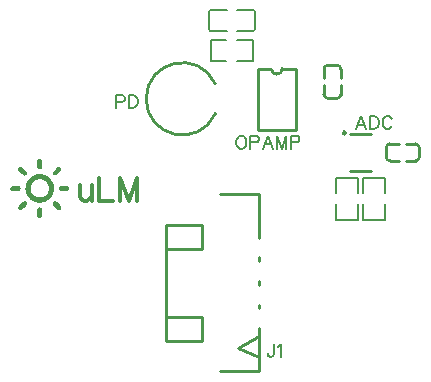
<source format=gto>
G04 Layer: TopSilkLayer*
G04 EasyEDA v6.4.17, 2021-03-19T16:44:36--7:00*
G04 2dc819ba9ea4424db49a2a786f0bdddf,d6c3d315a7ad4e81bc1a44f6c2ba7827,10*
G04 Gerber Generator version 0.2*
G04 Scale: 100 percent, Rotated: No, Reflected: No *
G04 Dimensions in millimeters *
G04 leading zeros omitted , absolute positions ,4 integer and 5 decimal *
%FSLAX45Y45*%
%MOMM*%

%ADD10C,0.2540*%
%ADD24C,0.1524*%
%ADD25C,0.3000*%

%LPD*%
G36*
X366674Y14143736D02*
G01*
X362305Y14143024D01*
X358089Y14141399D01*
X354685Y14139367D01*
X351993Y14137030D01*
X349961Y14134033D01*
X348437Y14130121D01*
X347421Y14125041D01*
X346811Y14118437D01*
X346405Y14099489D01*
X346710Y14081201D01*
X347268Y14074901D01*
X348132Y14070076D01*
X349453Y14066367D01*
X351332Y14063522D01*
X353771Y14061186D01*
X356920Y14059052D01*
X360984Y14057172D01*
X365252Y14056207D01*
X369620Y14056106D01*
X373888Y14056817D01*
X377952Y14058341D01*
X381609Y14060627D01*
X384759Y14063624D01*
X387197Y14067332D01*
X388010Y14069872D01*
X388721Y14073886D01*
X389636Y14085163D01*
X389940Y14098930D01*
X389737Y14112748D01*
X388874Y14124432D01*
X388213Y14128750D01*
X387451Y14131645D01*
X385318Y14135354D01*
X382473Y14138503D01*
X379069Y14140942D01*
X375158Y14142669D01*
X370992Y14143634D01*
G37*
G36*
X529132Y14077492D02*
G01*
X526796Y14077238D01*
X524103Y14076527D01*
X521462Y14075562D01*
X519125Y14074343D01*
X515721Y14071650D01*
X503428Y14060220D01*
X485952Y14042542D01*
X480415Y14036040D01*
X477926Y14031417D01*
X476961Y14026540D01*
X476859Y14021054D01*
X477824Y14016126D01*
X479704Y14011859D01*
X482447Y14008303D01*
X486003Y14005509D01*
X490321Y14003629D01*
X495249Y14002715D01*
X500735Y14002816D01*
X505612Y14003782D01*
X510336Y14006372D01*
X516991Y14012163D01*
X534619Y14029486D01*
X544220Y14039799D01*
X547268Y14043660D01*
X549402Y14046911D01*
X550773Y14049806D01*
X551434Y14052550D01*
X551637Y14055293D01*
X549605Y14063116D01*
X544271Y14070228D01*
X537057Y14075460D01*
G37*
G36*
X207822Y14077492D02*
G01*
X204470Y14077238D01*
X201015Y14076578D01*
X197866Y14075613D01*
X195275Y14074343D01*
X191262Y14070888D01*
X187858Y14066113D01*
X185470Y14060779D01*
X184556Y14055801D01*
X184810Y14052905D01*
X185775Y14049857D01*
X187452Y14046555D01*
X189890Y14042898D01*
X193243Y14038732D01*
X202895Y14028572D01*
X216204Y14016024D01*
X221894Y14011046D01*
X226567Y14007338D01*
X230581Y14004798D01*
X234086Y14003223D01*
X237388Y14002461D01*
X240588Y14002512D01*
X244043Y14003172D01*
X246176Y14004036D01*
X248818Y14005560D01*
X251561Y14007592D01*
X254050Y14009827D01*
X256997Y14013078D01*
X258673Y14015974D01*
X259435Y14019428D01*
X259638Y14024305D01*
X259638Y14033144D01*
X230225Y14062506D01*
X220421Y14071904D01*
X217220Y14074597D01*
X214680Y14076222D01*
X212496Y14077086D01*
X210312Y14077442D01*
G37*
G36*
X366623Y14015618D02*
G01*
X357327Y14014805D01*
X345897Y14013078D01*
X339953Y14011859D01*
X334162Y14010386D01*
X322986Y14006525D01*
X317601Y14004137D01*
X312318Y14001496D01*
X302107Y13995247D01*
X297180Y13991691D01*
X292303Y13987830D01*
X287528Y13983665D01*
X282854Y13979194D01*
X278282Y13974419D01*
X274015Y13969542D01*
X270103Y13964666D01*
X266547Y13959687D01*
X263296Y13954556D01*
X260350Y13949375D01*
X257708Y13944041D01*
X255371Y13938554D01*
X253339Y13932916D01*
X251561Y13927074D01*
X250037Y13921028D01*
X247802Y13908532D01*
X246583Y13898422D01*
X246465Y13892936D01*
X290474Y13892936D01*
X290677Y13899032D01*
X291388Y13905230D01*
X292404Y13910665D01*
X293827Y13915948D01*
X295605Y13921079D01*
X297688Y13926057D01*
X300126Y13930833D01*
X302818Y13935405D01*
X305866Y13939723D01*
X309168Y13943888D01*
X312775Y13947800D01*
X316585Y13951457D01*
X320700Y13954861D01*
X325018Y13958011D01*
X329539Y13960856D01*
X334264Y13963446D01*
X339242Y13965682D01*
X344373Y13967663D01*
X349656Y13969288D01*
X355092Y13970609D01*
X360680Y13971574D01*
X366420Y13972184D01*
X371398Y13971778D01*
X379780Y13970660D01*
X385876Y13969441D01*
X391820Y13967764D01*
X397560Y13965580D01*
X403098Y13962938D01*
X408381Y13959890D01*
X413410Y13956487D01*
X418185Y13952626D01*
X422656Y13948460D01*
X426821Y13943990D01*
X430631Y13939164D01*
X434035Y13934084D01*
X437083Y13928750D01*
X439674Y13923162D01*
X441858Y13917371D01*
X443585Y13911376D01*
X444804Y13905230D01*
X445465Y13899845D01*
X445719Y13894562D01*
X445566Y13889278D01*
X445058Y13884097D01*
X444195Y13879017D01*
X443026Y13874038D01*
X441502Y13869162D01*
X439623Y13864437D01*
X437489Y13859814D01*
X435051Y13855395D01*
X429361Y13847013D01*
X426110Y13843101D01*
X422656Y13839444D01*
X418947Y13835938D01*
X410972Y13829741D01*
X406704Y13827048D01*
X402234Y13824610D01*
X397662Y13822426D01*
X392887Y13820597D01*
X388010Y13819073D01*
X383032Y13817854D01*
X377952Y13816990D01*
X372770Y13816482D01*
X367538Y13816380D01*
X362204Y13816584D01*
X356819Y13817244D01*
X350621Y13818514D01*
X344576Y13820190D01*
X338785Y13822375D01*
X333248Y13824966D01*
X327914Y13828013D01*
X322884Y13831366D01*
X318160Y13835126D01*
X313740Y13839190D01*
X309626Y13843609D01*
X305866Y13848232D01*
X302463Y13853160D01*
X299466Y13858341D01*
X296875Y13863726D01*
X294690Y13869263D01*
X292963Y13875004D01*
X291642Y13880846D01*
X290830Y13886840D01*
X290474Y13892936D01*
X246465Y13892936D01*
X247040Y13884757D01*
X248818Y13873124D01*
X250037Y13866876D01*
X251561Y13860830D01*
X253339Y13855039D01*
X255371Y13849400D01*
X257708Y13843914D01*
X260350Y13838580D01*
X263296Y13833348D01*
X266547Y13828268D01*
X270103Y13823289D01*
X274015Y13818362D01*
X278282Y13813536D01*
X282854Y13808760D01*
X287985Y13803833D01*
X293268Y13799312D01*
X298704Y13795146D01*
X304241Y13791336D01*
X309930Y13787932D01*
X315823Y13784884D01*
X321868Y13782141D01*
X328117Y13779754D01*
X334568Y13777722D01*
X341274Y13775994D01*
X348183Y13774623D01*
X355346Y13773556D01*
X363778Y13772642D01*
X370789Y13772489D01*
X378002Y13773048D01*
X386994Y13774419D01*
X399948Y13777163D01*
X406044Y13778941D01*
X411886Y13781024D01*
X417525Y13783310D01*
X423011Y13785951D01*
X428294Y13788898D01*
X433476Y13792149D01*
X438556Y13795756D01*
X443534Y13799718D01*
X448462Y13804036D01*
X458317Y13813942D01*
X462838Y13819174D01*
X466902Y13824407D01*
X470611Y13829792D01*
X473964Y13835329D01*
X476961Y13841120D01*
X479704Y13847216D01*
X482193Y13853668D01*
X484124Y13859408D01*
X487019Y13870889D01*
X488035Y13876629D01*
X488746Y13882420D01*
X489305Y13893901D01*
X489204Y13899591D01*
X488086Y13910868D01*
X485952Y13921994D01*
X484479Y13927429D01*
X480720Y13938097D01*
X478535Y13943279D01*
X476046Y13948410D01*
X470357Y13958265D01*
X463753Y13967612D01*
X460146Y13972082D01*
X452170Y13980515D01*
X443382Y13988338D01*
X433730Y13995400D01*
X428599Y13998651D01*
X423316Y14001648D01*
X417830Y14004442D01*
X412140Y14007033D01*
X407771Y14008607D01*
X402437Y14010182D01*
X389890Y14012976D01*
X377088Y14014957D01*
X371398Y14015466D01*
G37*
G36*
X162509Y13915644D02*
G01*
X148539Y13915542D01*
X139344Y13915085D01*
X133502Y13914221D01*
X129489Y13912748D01*
X124460Y13909141D01*
X120954Y13904468D01*
X118872Y13899032D01*
X118313Y13893241D01*
X119176Y13887551D01*
X121462Y13882268D01*
X125222Y13877848D01*
X130403Y13874648D01*
X133299Y13873835D01*
X137566Y13873175D01*
X149250Y13872362D01*
X163118Y13872108D01*
X176834Y13872463D01*
X182930Y13872819D01*
X188163Y13873378D01*
X192176Y13874038D01*
X194716Y13874851D01*
X198374Y13877290D01*
X201371Y13880439D01*
X203657Y13884097D01*
X205232Y13888161D01*
X205943Y13892428D01*
X205841Y13896797D01*
X204876Y13901064D01*
X202946Y13905128D01*
X200812Y13908278D01*
X198475Y13910716D01*
X195630Y13912596D01*
X191973Y13913916D01*
X187147Y13914780D01*
X180848Y13915339D01*
G37*
G36*
X559155Y13915440D02*
G01*
X549605Y13915136D01*
X544169Y13914221D01*
X540461Y13912443D01*
X534162Y13906550D01*
X530707Y13899032D01*
X530301Y13890802D01*
X533247Y13882776D01*
X535432Y13879525D01*
X537870Y13876985D01*
X540816Y13875105D01*
X544626Y13873784D01*
X549706Y13872972D01*
X556361Y13872565D01*
X575868Y13872565D01*
X595579Y13873327D01*
X602132Y13874089D01*
X607009Y13875257D01*
X610514Y13877036D01*
X613054Y13879474D01*
X614984Y13882776D01*
X616712Y13887043D01*
X617880Y13890904D01*
X618286Y13893952D01*
X617880Y13897000D01*
X616712Y13900912D01*
X614984Y13905179D01*
X613054Y13908430D01*
X610514Y13910919D01*
X606958Y13912697D01*
X602030Y13913866D01*
X595376Y13914577D01*
X586587Y13915034D01*
G37*
G36*
X239521Y13785342D02*
G01*
X235204Y13785189D01*
X230987Y13784224D01*
X227075Y13782344D01*
X223012Y13779246D01*
X217576Y13774369D01*
X204876Y13761618D01*
X198628Y13754862D01*
X193243Y13748613D01*
X189230Y13743482D01*
X187045Y13739977D01*
X185775Y13735608D01*
X185521Y13731290D01*
X186182Y13727176D01*
X187655Y13723264D01*
X189839Y13719708D01*
X192582Y13716558D01*
X195834Y13714018D01*
X199491Y13712088D01*
X203403Y13710919D01*
X207517Y13710564D01*
X211734Y13711174D01*
X215900Y13712799D01*
X219151Y13715238D01*
X231648Y13726718D01*
X239369Y13734288D01*
X249885Y13745057D01*
X255676Y13751763D01*
X258267Y13756487D01*
X259232Y13761364D01*
X259486Y13765326D01*
X259232Y13768781D01*
X258470Y13771880D01*
X257149Y13774826D01*
X254711Y13778280D01*
X251561Y13781125D01*
X247853Y13783259D01*
X243789Y13784681D01*
G37*
G36*
X495300Y13785138D02*
G01*
X491743Y13784834D01*
X488797Y13784021D01*
X486257Y13782751D01*
X481685Y13778788D01*
X478586Y13773861D01*
X477012Y13767968D01*
X476961Y13761364D01*
X477926Y13756487D01*
X480517Y13751763D01*
X486308Y13745057D01*
X496824Y13734288D01*
X511556Y13720114D01*
X517042Y13715238D01*
X520293Y13712799D01*
X528370Y13710564D01*
X536549Y13711631D01*
X543712Y13715796D01*
X548894Y13722604D01*
X550672Y13727074D01*
X551535Y13731189D01*
X551230Y13735253D01*
X549656Y13739622D01*
X546658Y13744448D01*
X542086Y13750188D01*
X535736Y13757046D01*
X516432Y13776350D01*
X509778Y13782090D01*
X505053Y13784326D01*
X499618Y13784986D01*
G37*
G36*
X368096Y13732103D02*
G01*
X365404Y13731849D01*
X362407Y13731138D01*
X359460Y13730122D01*
X356920Y13728852D01*
X353669Y13726668D01*
X351129Y13724229D01*
X349250Y13721283D01*
X347929Y13717473D01*
X347116Y13712393D01*
X346710Y13705738D01*
X346710Y13686231D01*
X347421Y13666520D01*
X348183Y13659967D01*
X349402Y13655090D01*
X351180Y13651585D01*
X353618Y13649045D01*
X356920Y13647115D01*
X361137Y13645438D01*
X365048Y13644219D01*
X368096Y13643813D01*
X371144Y13644219D01*
X375056Y13645438D01*
X379272Y13647115D01*
X382574Y13649045D01*
X385013Y13651585D01*
X386791Y13655090D01*
X388010Y13659967D01*
X388772Y13666520D01*
X389229Y13675156D01*
X389636Y13701115D01*
X389382Y13710716D01*
X388670Y13716609D01*
X387299Y13720419D01*
X383895Y13725042D01*
X379222Y13728750D01*
X373786Y13731240D01*
G37*
D25*
X711200Y13919962D02*
G01*
X711200Y13827505D01*
X720344Y13799820D01*
X738886Y13790676D01*
X766571Y13790676D01*
X785113Y13799820D01*
X812800Y13827505D01*
X812800Y13919962D02*
G01*
X812800Y13790676D01*
X873760Y13984478D02*
G01*
X873760Y13790676D01*
X873760Y13790676D02*
G01*
X984504Y13790676D01*
X1045463Y13984478D02*
G01*
X1045463Y13790676D01*
X1045463Y13984478D02*
G01*
X1119378Y13790676D01*
X1193292Y13984478D02*
G01*
X1119378Y13790676D01*
X1193292Y13984478D02*
G01*
X1193292Y13790676D01*
D24*
X1015992Y14682208D02*
G01*
X1015992Y14573242D01*
X1015992Y14682208D02*
G01*
X1062728Y14682208D01*
X1078222Y14677128D01*
X1083556Y14671794D01*
X1088636Y14661380D01*
X1088636Y14645886D01*
X1083556Y14635472D01*
X1078222Y14630392D01*
X1062728Y14625058D01*
X1015992Y14625058D01*
X1122926Y14682208D02*
G01*
X1122926Y14573242D01*
X1122926Y14682208D02*
G01*
X1159502Y14682208D01*
X1174996Y14677128D01*
X1185410Y14666714D01*
X1190490Y14656300D01*
X1195824Y14640552D01*
X1195824Y14614644D01*
X1190490Y14599150D01*
X1185410Y14588736D01*
X1174996Y14578322D01*
X1159502Y14573242D01*
X1122926Y14573242D01*
X3089656Y14504416D02*
G01*
X3048000Y14395450D01*
X3089656Y14504416D02*
G01*
X3131058Y14395450D01*
X3063493Y14431771D02*
G01*
X3115563Y14431771D01*
X3165347Y14504416D02*
G01*
X3165347Y14395450D01*
X3165347Y14504416D02*
G01*
X3201670Y14504416D01*
X3217418Y14499336D01*
X3227831Y14488921D01*
X3232911Y14478507D01*
X3238245Y14462760D01*
X3238245Y14436852D01*
X3232911Y14421357D01*
X3227831Y14410944D01*
X3217418Y14400529D01*
X3201670Y14395450D01*
X3165347Y14395450D01*
X3350259Y14478507D02*
G01*
X3345179Y14488921D01*
X3334765Y14499336D01*
X3324352Y14504416D01*
X3303524Y14504416D01*
X3293109Y14499336D01*
X3282950Y14488921D01*
X3277615Y14478507D01*
X3272536Y14462760D01*
X3272536Y14436852D01*
X3277615Y14421357D01*
X3282950Y14410944D01*
X3293109Y14400529D01*
X3303524Y14395450D01*
X3324352Y14395450D01*
X3334765Y14400529D01*
X3345179Y14410944D01*
X3350259Y14421357D01*
X2350770Y12574015D02*
G01*
X2350770Y12490958D01*
X2345436Y12475210D01*
X2340356Y12470129D01*
X2329941Y12465050D01*
X2319527Y12465050D01*
X2309113Y12470129D01*
X2303779Y12475210D01*
X2298700Y12490958D01*
X2298700Y12501371D01*
X2385059Y12553187D02*
G01*
X2395220Y12558521D01*
X2410968Y12574015D01*
X2410968Y12465050D01*
X2063267Y14339366D02*
G01*
X2052853Y14334032D01*
X2042439Y14323872D01*
X2037105Y14313458D01*
X2032025Y14297710D01*
X2032025Y14271802D01*
X2037105Y14256308D01*
X2042439Y14245894D01*
X2052853Y14235480D01*
X2063267Y14230146D01*
X2083841Y14230146D01*
X2094255Y14235480D01*
X2104669Y14245894D01*
X2110003Y14256308D01*
X2115083Y14271802D01*
X2115083Y14297710D01*
X2110003Y14313458D01*
X2104669Y14323872D01*
X2094255Y14334032D01*
X2083841Y14339366D01*
X2063267Y14339366D01*
X2149373Y14339366D02*
G01*
X2149373Y14230146D01*
X2149373Y14339366D02*
G01*
X2196109Y14339366D01*
X2211857Y14334032D01*
X2216937Y14328952D01*
X2222271Y14318538D01*
X2222271Y14303044D01*
X2216937Y14292630D01*
X2211857Y14287296D01*
X2196109Y14282216D01*
X2149373Y14282216D01*
X2297963Y14339366D02*
G01*
X2256561Y14230146D01*
X2297963Y14339366D02*
G01*
X2339619Y14230146D01*
X2272055Y14266722D02*
G01*
X2323871Y14266722D01*
X2373909Y14339366D02*
G01*
X2373909Y14230146D01*
X2373909Y14339366D02*
G01*
X2415311Y14230146D01*
X2456967Y14339366D02*
G01*
X2415311Y14230146D01*
X2456967Y14339366D02*
G01*
X2456967Y14230146D01*
X2491257Y14339366D02*
G01*
X2491257Y14230146D01*
X2491257Y14339366D02*
G01*
X2537993Y14339366D01*
X2553741Y14334032D01*
X2558821Y14328952D01*
X2563901Y14318538D01*
X2563901Y14303044D01*
X2558821Y14292630D01*
X2553741Y14287296D01*
X2537993Y14282216D01*
X2491257Y14282216D01*
X2175019Y15406560D02*
G01*
X2034019Y15406560D01*
X2034019Y15225839D02*
G01*
X2175019Y15225839D01*
X2190259Y15241079D02*
G01*
X2190259Y15391320D01*
X1812780Y15406560D02*
G01*
X1953780Y15406560D01*
X1953780Y15225839D02*
G01*
X1812780Y15225839D01*
X1797540Y15241079D02*
G01*
X1797540Y15391320D01*
D10*
X3580701Y14238577D02*
G01*
X3580701Y14158574D01*
X3469726Y14269562D02*
G01*
X3549723Y14269562D01*
X3469726Y14127596D02*
G01*
X3549723Y14127596D01*
X3412136Y14270144D02*
G01*
X3332137Y14270144D01*
X3301154Y14239161D02*
G01*
X3301154Y14159163D01*
X3412136Y14128183D02*
G01*
X3332137Y14128183D01*
X2884777Y14656498D02*
G01*
X2804774Y14656498D01*
X2915762Y14767473D02*
G01*
X2915762Y14687476D01*
X2773796Y14767473D02*
G01*
X2773796Y14687476D01*
X2916344Y14825063D02*
G01*
X2916344Y14905062D01*
X2885361Y14936045D02*
G01*
X2805363Y14936045D01*
X2774383Y14825063D02*
G01*
X2774383Y14905062D01*
D24*
X3063509Y13852519D02*
G01*
X3063509Y13981013D01*
X2880090Y13981013D01*
X2880090Y13852519D01*
X3063509Y13757280D02*
G01*
X3063509Y13628786D01*
X2880090Y13628786D01*
X2880090Y13757280D01*
X3292109Y13852519D02*
G01*
X3292109Y13981013D01*
X3108690Y13981013D01*
X3108690Y13852519D01*
X3292109Y13757280D02*
G01*
X3292109Y13628786D01*
X3108690Y13628786D01*
X3108690Y13757280D01*
X1946280Y15153909D02*
G01*
X1817786Y15153909D01*
X1817786Y14970490D01*
X1946280Y14970490D01*
X2041519Y15153909D02*
G01*
X2170013Y15153909D01*
X2170013Y14970490D01*
X2041519Y14970490D01*
D10*
X3176130Y14043568D02*
G01*
X2996128Y14043568D01*
X3176130Y14353570D02*
G01*
X2996128Y14353570D01*
X1440779Y13584224D02*
G01*
X1740778Y13584224D01*
X1740778Y13384230D01*
X1440779Y13384230D01*
X1442608Y12603231D02*
G01*
X1742602Y12603231D01*
X1742602Y12803230D01*
X1442608Y12803230D01*
X2222802Y12655524D02*
G01*
X2222802Y12642824D01*
X2045002Y12541224D01*
X2222802Y12465024D01*
X2222294Y12344026D02*
G01*
X2222294Y12710388D01*
X2222294Y12876504D02*
G01*
X2222294Y12910286D01*
X2222294Y13076402D02*
G01*
X2222294Y13110438D01*
X2222294Y13276554D02*
G01*
X2222294Y13310336D01*
X2222294Y13476452D02*
G01*
X2222294Y13843421D01*
X2222294Y13843421D02*
G01*
X1897329Y13843421D01*
X2222294Y12344026D02*
G01*
X1897329Y12344026D01*
X1440779Y13584224D02*
G01*
X1440779Y12603231D01*
X2419929Y14905989D02*
G01*
X2536697Y14905989D01*
X2536697Y14391990D01*
X2536697Y14391990D02*
G01*
X2213122Y14391990D01*
X2213122Y14391990D02*
G01*
X2213122Y14903450D01*
X2328418Y14903450D01*
D24*
G75*
G01*
X2175020Y15225840D02*
G03*
X2190260Y15241080I0J15240D01*
G75*
G01*
X2190260Y15391320D02*
G03*
X2175020Y15406560I-15240J0D01*
G75*
G01*
X1812780Y15225840D02*
G02*
X1797540Y15241080I0J15240D01*
G75*
G01*
X1797540Y15391320D02*
G02*
X1812780Y15406560I15240J0D01*
D10*
G75*
G01*
X3301149Y14239161D02*
G02*
X3332132Y14270144I30983J0D01*
G75*
G01*
X3332132Y14128179D02*
G02*
X3301149Y14159164I0J30982D01*
G75*
G01*
X3549719Y14269563D02*
G02*
X3580701Y14238577I0J-30983D01*
G75*
G01*
X3580701Y14158580D02*
G02*
X3549719Y14127597I-30982J0D01*
G75*
G01*
X2885361Y14936051D02*
G02*
X2916344Y14905068I0J-30983D01*
G75*
G01*
X2774378Y14905068D02*
G02*
X2805364Y14936051I30983J0D01*
G75*
G01*
X2915763Y14687481D02*
G02*
X2884777Y14656499I-30983J0D01*
G75*
G01*
X2804780Y14656499D02*
G02*
X2773797Y14687481I0J30982D01*
G75*
G01*
X1853405Y14524932D02*
G02*
X1853405Y14778932I-278561J127000D01*
G75*
G01*
X2328418Y14903450D02*
G03*
X2419929Y14905990I45720J2551D01*
G75*
G01
X2959125Y14363649D02*
G03X2959125Y14363649I-12700J0D01*
M02*

</source>
